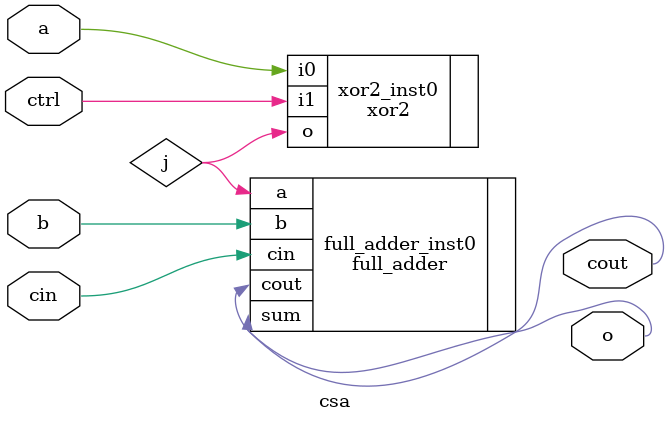
<source format=v>
module csa (
    input wire a,          // in signal a
    input wire b,          // in signal b
    input wire cin,        // in carry-in
    input wire ctrl,       // in control signal
    
    output wire o,         // out signal o
    output wire cout       // out carry-out
);

    wire t;

    xor2 xor2_inst0 (
        .i0(a),
        .i1(ctrl),
        .o(j)
    ); // Module

    full_adder full_adder_inst0 (
        .a(j),
        .b(b),
        .cin(cin),
        .sum(o),
        .cout(cout)
    ); // Module

endmodule
</source>
